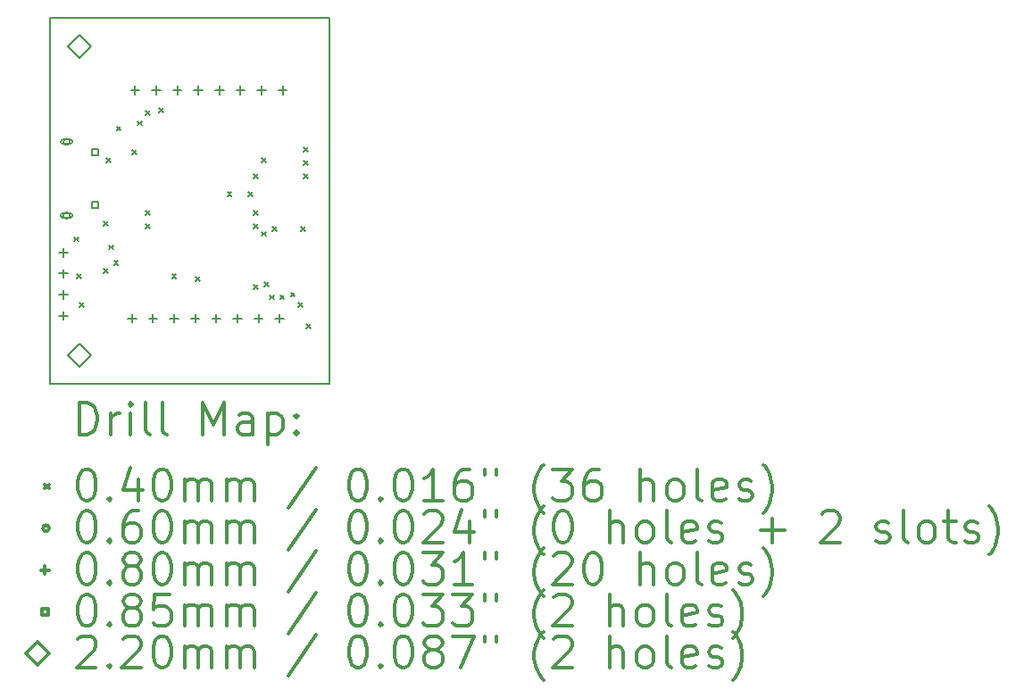
<source format=gbr>
%FSLAX45Y45*%
G04 Gerber Fmt 4.5, Leading zero omitted, Abs format (unit mm)*
G04 Created by KiCad (PCBNEW no-vcs-found-33e0758~58~ubuntu16.04.1) date Wed Feb  7 18:59:53 2018*
%MOMM*%
%LPD*%
G01*
G04 APERTURE LIST*
%ADD10C,0.127000*%
%ADD11C,0.200000*%
%ADD12C,0.300000*%
G04 APERTURE END LIST*
D10*
D11*
X15950000Y-11275000D02*
X15950000Y-11275000D01*
X15950000Y-14750000D02*
X15950000Y-11275000D01*
X18600000Y-14750000D02*
X15950000Y-14750000D01*
X18600000Y-11275000D02*
X18600000Y-14750000D01*
X15950000Y-11275000D02*
X18600000Y-11275000D01*
D11*
X16180000Y-13355000D02*
X16220000Y-13395000D01*
X16220000Y-13355000D02*
X16180000Y-13395000D01*
X16205000Y-13705000D02*
X16245000Y-13745000D01*
X16245000Y-13705000D02*
X16205000Y-13745000D01*
X16230000Y-13980000D02*
X16270000Y-14020000D01*
X16270000Y-13980000D02*
X16230000Y-14020000D01*
X16455000Y-13205000D02*
X16495000Y-13245000D01*
X16495000Y-13205000D02*
X16455000Y-13245000D01*
X16455000Y-13655000D02*
X16495000Y-13695000D01*
X16495000Y-13655000D02*
X16455000Y-13695000D01*
X16480000Y-12605000D02*
X16520000Y-12645000D01*
X16520000Y-12605000D02*
X16480000Y-12645000D01*
X16505000Y-13430000D02*
X16545000Y-13470000D01*
X16545000Y-13430000D02*
X16505000Y-13470000D01*
X16555000Y-13580000D02*
X16595000Y-13620000D01*
X16595000Y-13580000D02*
X16555000Y-13620000D01*
X16580000Y-12305000D02*
X16620000Y-12345000D01*
X16620000Y-12305000D02*
X16580000Y-12345000D01*
X16730000Y-12530000D02*
X16770000Y-12570000D01*
X16770000Y-12530000D02*
X16730000Y-12570000D01*
X16780000Y-12255000D02*
X16820000Y-12295000D01*
X16820000Y-12255000D02*
X16780000Y-12295000D01*
X16855000Y-12155000D02*
X16895000Y-12195000D01*
X16895000Y-12155000D02*
X16855000Y-12195000D01*
X16855000Y-13105000D02*
X16895000Y-13145000D01*
X16895000Y-13105000D02*
X16855000Y-13145000D01*
X16855000Y-13230000D02*
X16895000Y-13270000D01*
X16895000Y-13230000D02*
X16855000Y-13270000D01*
X16980000Y-12130000D02*
X17020000Y-12170000D01*
X17020000Y-12130000D02*
X16980000Y-12170000D01*
X17105000Y-13705000D02*
X17145000Y-13745000D01*
X17145000Y-13705000D02*
X17105000Y-13745000D01*
X17330000Y-13730000D02*
X17370000Y-13770000D01*
X17370000Y-13730000D02*
X17330000Y-13770000D01*
X17630000Y-12930000D02*
X17670000Y-12970000D01*
X17670000Y-12930000D02*
X17630000Y-12970000D01*
X17830000Y-12930000D02*
X17870000Y-12970000D01*
X17870000Y-12930000D02*
X17830000Y-12970000D01*
X17880000Y-12755000D02*
X17920000Y-12795000D01*
X17920000Y-12755000D02*
X17880000Y-12795000D01*
X17880000Y-13105000D02*
X17920000Y-13145000D01*
X17920000Y-13105000D02*
X17880000Y-13145000D01*
X17880000Y-13230000D02*
X17920000Y-13270000D01*
X17920000Y-13230000D02*
X17880000Y-13270000D01*
X17880000Y-13805000D02*
X17920000Y-13845000D01*
X17920000Y-13805000D02*
X17880000Y-13845000D01*
X17955000Y-12605000D02*
X17995000Y-12645000D01*
X17995000Y-12605000D02*
X17955000Y-12645000D01*
X17955000Y-13305000D02*
X17995000Y-13345000D01*
X17995000Y-13305000D02*
X17955000Y-13345000D01*
X17980000Y-13780000D02*
X18020000Y-13820000D01*
X18020000Y-13780000D02*
X17980000Y-13820000D01*
X18030000Y-13905000D02*
X18070000Y-13945000D01*
X18070000Y-13905000D02*
X18030000Y-13945000D01*
X18055000Y-13255000D02*
X18095000Y-13295000D01*
X18095000Y-13255000D02*
X18055000Y-13295000D01*
X18130000Y-13905000D02*
X18170000Y-13945000D01*
X18170000Y-13905000D02*
X18130000Y-13945000D01*
X18230000Y-13880000D02*
X18270000Y-13920000D01*
X18270000Y-13880000D02*
X18230000Y-13920000D01*
X18305000Y-13980000D02*
X18345000Y-14020000D01*
X18345000Y-13980000D02*
X18305000Y-14020000D01*
X18330000Y-13255000D02*
X18370000Y-13295000D01*
X18370000Y-13255000D02*
X18330000Y-13295000D01*
X18355000Y-12505000D02*
X18395000Y-12545000D01*
X18395000Y-12505000D02*
X18355000Y-12545000D01*
X18355000Y-12630000D02*
X18395000Y-12670000D01*
X18395000Y-12630000D02*
X18355000Y-12670000D01*
X18355000Y-12755000D02*
X18395000Y-12795000D01*
X18395000Y-12755000D02*
X18355000Y-12795000D01*
X18380000Y-14180000D02*
X18420000Y-14220000D01*
X18420000Y-14180000D02*
X18380000Y-14220000D01*
X16135000Y-12450000D02*
G75*
G03X16135000Y-12450000I-30000J0D01*
G01*
X16070000Y-12470000D02*
X16140000Y-12470000D01*
X16070000Y-12430000D02*
X16140000Y-12430000D01*
X16140000Y-12470000D02*
G75*
G03X16140000Y-12430000I0J20000D01*
G01*
X16070000Y-12430000D02*
G75*
G03X16070000Y-12470000I0J-20000D01*
G01*
X16135000Y-13150000D02*
G75*
G03X16135000Y-13150000I-30000J0D01*
G01*
X16140000Y-13130000D02*
X16070000Y-13130000D01*
X16140000Y-13170000D02*
X16070000Y-13170000D01*
X16070000Y-13130000D02*
G75*
G03X16070000Y-13170000I0J-20000D01*
G01*
X16140000Y-13170000D02*
G75*
G03X16140000Y-13130000I0J20000D01*
G01*
X16755000Y-11920000D02*
X16755000Y-12000000D01*
X16715000Y-11960000D02*
X16795000Y-11960000D01*
X16955000Y-11920000D02*
X16955000Y-12000000D01*
X16915000Y-11960000D02*
X16995000Y-11960000D01*
X17155000Y-11920000D02*
X17155000Y-12000000D01*
X17115000Y-11960000D02*
X17195000Y-11960000D01*
X17355000Y-11920000D02*
X17355000Y-12000000D01*
X17315000Y-11960000D02*
X17395000Y-11960000D01*
X17555000Y-11920000D02*
X17555000Y-12000000D01*
X17515000Y-11960000D02*
X17595000Y-11960000D01*
X17755000Y-11920000D02*
X17755000Y-12000000D01*
X17715000Y-11960000D02*
X17795000Y-11960000D01*
X17955000Y-11920000D02*
X17955000Y-12000000D01*
X17915000Y-11960000D02*
X17995000Y-11960000D01*
X18155000Y-11920000D02*
X18155000Y-12000000D01*
X18115000Y-11960000D02*
X18195000Y-11960000D01*
X16075000Y-13460000D02*
X16075000Y-13540000D01*
X16035000Y-13500000D02*
X16115000Y-13500000D01*
X16075000Y-13660000D02*
X16075000Y-13740000D01*
X16035000Y-13700000D02*
X16115000Y-13700000D01*
X16075000Y-13860000D02*
X16075000Y-13940000D01*
X16035000Y-13900000D02*
X16115000Y-13900000D01*
X16075000Y-14060000D02*
X16075000Y-14140000D01*
X16035000Y-14100000D02*
X16115000Y-14100000D01*
X16725000Y-14085000D02*
X16725000Y-14165000D01*
X16685000Y-14125000D02*
X16765000Y-14125000D01*
X16925000Y-14085000D02*
X16925000Y-14165000D01*
X16885000Y-14125000D02*
X16965000Y-14125000D01*
X17125000Y-14085000D02*
X17125000Y-14165000D01*
X17085000Y-14125000D02*
X17165000Y-14125000D01*
X17325000Y-14085000D02*
X17325000Y-14165000D01*
X17285000Y-14125000D02*
X17365000Y-14125000D01*
X17525000Y-14085000D02*
X17525000Y-14165000D01*
X17485000Y-14125000D02*
X17565000Y-14125000D01*
X17725000Y-14085000D02*
X17725000Y-14165000D01*
X17685000Y-14125000D02*
X17765000Y-14125000D01*
X17925000Y-14085000D02*
X17925000Y-14165000D01*
X17885000Y-14125000D02*
X17965000Y-14125000D01*
X18125000Y-14085000D02*
X18125000Y-14165000D01*
X18085000Y-14125000D02*
X18165000Y-14125000D01*
X16405052Y-12580052D02*
X16405052Y-12519948D01*
X16344948Y-12519948D01*
X16344948Y-12580052D01*
X16405052Y-12580052D01*
X16405052Y-13080052D02*
X16405052Y-13019948D01*
X16344948Y-13019948D01*
X16344948Y-13080052D01*
X16405052Y-13080052D01*
X16225000Y-11660000D02*
X16335000Y-11550000D01*
X16225000Y-11440000D01*
X16115000Y-11550000D01*
X16225000Y-11660000D01*
X16225000Y-14585000D02*
X16335000Y-14475000D01*
X16225000Y-14365000D01*
X16115000Y-14475000D01*
X16225000Y-14585000D01*
D12*
X16226428Y-15225714D02*
X16226428Y-14925714D01*
X16297857Y-14925714D01*
X16340714Y-14940000D01*
X16369286Y-14968571D01*
X16383571Y-14997143D01*
X16397857Y-15054286D01*
X16397857Y-15097143D01*
X16383571Y-15154286D01*
X16369286Y-15182857D01*
X16340714Y-15211429D01*
X16297857Y-15225714D01*
X16226428Y-15225714D01*
X16526428Y-15225714D02*
X16526428Y-15025714D01*
X16526428Y-15082857D02*
X16540714Y-15054286D01*
X16555000Y-15040000D01*
X16583571Y-15025714D01*
X16612143Y-15025714D01*
X16712143Y-15225714D02*
X16712143Y-15025714D01*
X16712143Y-14925714D02*
X16697857Y-14940000D01*
X16712143Y-14954286D01*
X16726428Y-14940000D01*
X16712143Y-14925714D01*
X16712143Y-14954286D01*
X16897857Y-15225714D02*
X16869286Y-15211429D01*
X16855000Y-15182857D01*
X16855000Y-14925714D01*
X17055000Y-15225714D02*
X17026428Y-15211429D01*
X17012143Y-15182857D01*
X17012143Y-14925714D01*
X17397857Y-15225714D02*
X17397857Y-14925714D01*
X17497857Y-15140000D01*
X17597857Y-14925714D01*
X17597857Y-15225714D01*
X17869286Y-15225714D02*
X17869286Y-15068571D01*
X17855000Y-15040000D01*
X17826428Y-15025714D01*
X17769286Y-15025714D01*
X17740714Y-15040000D01*
X17869286Y-15211429D02*
X17840714Y-15225714D01*
X17769286Y-15225714D01*
X17740714Y-15211429D01*
X17726428Y-15182857D01*
X17726428Y-15154286D01*
X17740714Y-15125714D01*
X17769286Y-15111429D01*
X17840714Y-15111429D01*
X17869286Y-15097143D01*
X18012143Y-15025714D02*
X18012143Y-15325714D01*
X18012143Y-15040000D02*
X18040714Y-15025714D01*
X18097857Y-15025714D01*
X18126428Y-15040000D01*
X18140714Y-15054286D01*
X18155000Y-15082857D01*
X18155000Y-15168571D01*
X18140714Y-15197143D01*
X18126428Y-15211429D01*
X18097857Y-15225714D01*
X18040714Y-15225714D01*
X18012143Y-15211429D01*
X18283571Y-15197143D02*
X18297857Y-15211429D01*
X18283571Y-15225714D01*
X18269286Y-15211429D01*
X18283571Y-15197143D01*
X18283571Y-15225714D01*
X18283571Y-15040000D02*
X18297857Y-15054286D01*
X18283571Y-15068571D01*
X18269286Y-15054286D01*
X18283571Y-15040000D01*
X18283571Y-15068571D01*
X15900000Y-15700000D02*
X15940000Y-15740000D01*
X15940000Y-15700000D02*
X15900000Y-15740000D01*
X16283571Y-15555714D02*
X16312143Y-15555714D01*
X16340714Y-15570000D01*
X16355000Y-15584286D01*
X16369286Y-15612857D01*
X16383571Y-15670000D01*
X16383571Y-15741429D01*
X16369286Y-15798571D01*
X16355000Y-15827143D01*
X16340714Y-15841429D01*
X16312143Y-15855714D01*
X16283571Y-15855714D01*
X16255000Y-15841429D01*
X16240714Y-15827143D01*
X16226428Y-15798571D01*
X16212143Y-15741429D01*
X16212143Y-15670000D01*
X16226428Y-15612857D01*
X16240714Y-15584286D01*
X16255000Y-15570000D01*
X16283571Y-15555714D01*
X16512143Y-15827143D02*
X16526428Y-15841429D01*
X16512143Y-15855714D01*
X16497857Y-15841429D01*
X16512143Y-15827143D01*
X16512143Y-15855714D01*
X16783571Y-15655714D02*
X16783571Y-15855714D01*
X16712143Y-15541429D02*
X16640714Y-15755714D01*
X16826428Y-15755714D01*
X16997857Y-15555714D02*
X17026428Y-15555714D01*
X17055000Y-15570000D01*
X17069286Y-15584286D01*
X17083571Y-15612857D01*
X17097857Y-15670000D01*
X17097857Y-15741429D01*
X17083571Y-15798571D01*
X17069286Y-15827143D01*
X17055000Y-15841429D01*
X17026428Y-15855714D01*
X16997857Y-15855714D01*
X16969286Y-15841429D01*
X16955000Y-15827143D01*
X16940714Y-15798571D01*
X16926428Y-15741429D01*
X16926428Y-15670000D01*
X16940714Y-15612857D01*
X16955000Y-15584286D01*
X16969286Y-15570000D01*
X16997857Y-15555714D01*
X17226428Y-15855714D02*
X17226428Y-15655714D01*
X17226428Y-15684286D02*
X17240714Y-15670000D01*
X17269286Y-15655714D01*
X17312143Y-15655714D01*
X17340714Y-15670000D01*
X17355000Y-15698571D01*
X17355000Y-15855714D01*
X17355000Y-15698571D02*
X17369286Y-15670000D01*
X17397857Y-15655714D01*
X17440714Y-15655714D01*
X17469286Y-15670000D01*
X17483571Y-15698571D01*
X17483571Y-15855714D01*
X17626428Y-15855714D02*
X17626428Y-15655714D01*
X17626428Y-15684286D02*
X17640714Y-15670000D01*
X17669286Y-15655714D01*
X17712143Y-15655714D01*
X17740714Y-15670000D01*
X17755000Y-15698571D01*
X17755000Y-15855714D01*
X17755000Y-15698571D02*
X17769286Y-15670000D01*
X17797857Y-15655714D01*
X17840714Y-15655714D01*
X17869286Y-15670000D01*
X17883571Y-15698571D01*
X17883571Y-15855714D01*
X18469286Y-15541429D02*
X18212143Y-15927143D01*
X18855000Y-15555714D02*
X18883571Y-15555714D01*
X18912143Y-15570000D01*
X18926428Y-15584286D01*
X18940714Y-15612857D01*
X18955000Y-15670000D01*
X18955000Y-15741429D01*
X18940714Y-15798571D01*
X18926428Y-15827143D01*
X18912143Y-15841429D01*
X18883571Y-15855714D01*
X18855000Y-15855714D01*
X18826428Y-15841429D01*
X18812143Y-15827143D01*
X18797857Y-15798571D01*
X18783571Y-15741429D01*
X18783571Y-15670000D01*
X18797857Y-15612857D01*
X18812143Y-15584286D01*
X18826428Y-15570000D01*
X18855000Y-15555714D01*
X19083571Y-15827143D02*
X19097857Y-15841429D01*
X19083571Y-15855714D01*
X19069286Y-15841429D01*
X19083571Y-15827143D01*
X19083571Y-15855714D01*
X19283571Y-15555714D02*
X19312143Y-15555714D01*
X19340714Y-15570000D01*
X19355000Y-15584286D01*
X19369286Y-15612857D01*
X19383571Y-15670000D01*
X19383571Y-15741429D01*
X19369286Y-15798571D01*
X19355000Y-15827143D01*
X19340714Y-15841429D01*
X19312143Y-15855714D01*
X19283571Y-15855714D01*
X19255000Y-15841429D01*
X19240714Y-15827143D01*
X19226428Y-15798571D01*
X19212143Y-15741429D01*
X19212143Y-15670000D01*
X19226428Y-15612857D01*
X19240714Y-15584286D01*
X19255000Y-15570000D01*
X19283571Y-15555714D01*
X19669286Y-15855714D02*
X19497857Y-15855714D01*
X19583571Y-15855714D02*
X19583571Y-15555714D01*
X19555000Y-15598571D01*
X19526428Y-15627143D01*
X19497857Y-15641429D01*
X19926428Y-15555714D02*
X19869286Y-15555714D01*
X19840714Y-15570000D01*
X19826428Y-15584286D01*
X19797857Y-15627143D01*
X19783571Y-15684286D01*
X19783571Y-15798571D01*
X19797857Y-15827143D01*
X19812143Y-15841429D01*
X19840714Y-15855714D01*
X19897857Y-15855714D01*
X19926428Y-15841429D01*
X19940714Y-15827143D01*
X19955000Y-15798571D01*
X19955000Y-15727143D01*
X19940714Y-15698571D01*
X19926428Y-15684286D01*
X19897857Y-15670000D01*
X19840714Y-15670000D01*
X19812143Y-15684286D01*
X19797857Y-15698571D01*
X19783571Y-15727143D01*
X20069286Y-15555714D02*
X20069286Y-15612857D01*
X20183571Y-15555714D02*
X20183571Y-15612857D01*
X20626428Y-15970000D02*
X20612143Y-15955714D01*
X20583571Y-15912857D01*
X20569286Y-15884286D01*
X20555000Y-15841429D01*
X20540714Y-15770000D01*
X20540714Y-15712857D01*
X20555000Y-15641429D01*
X20569286Y-15598571D01*
X20583571Y-15570000D01*
X20612143Y-15527143D01*
X20626428Y-15512857D01*
X20712143Y-15555714D02*
X20897857Y-15555714D01*
X20797857Y-15670000D01*
X20840714Y-15670000D01*
X20869286Y-15684286D01*
X20883571Y-15698571D01*
X20897857Y-15727143D01*
X20897857Y-15798571D01*
X20883571Y-15827143D01*
X20869286Y-15841429D01*
X20840714Y-15855714D01*
X20755000Y-15855714D01*
X20726428Y-15841429D01*
X20712143Y-15827143D01*
X21155000Y-15555714D02*
X21097857Y-15555714D01*
X21069286Y-15570000D01*
X21055000Y-15584286D01*
X21026428Y-15627143D01*
X21012143Y-15684286D01*
X21012143Y-15798571D01*
X21026428Y-15827143D01*
X21040714Y-15841429D01*
X21069286Y-15855714D01*
X21126428Y-15855714D01*
X21155000Y-15841429D01*
X21169286Y-15827143D01*
X21183571Y-15798571D01*
X21183571Y-15727143D01*
X21169286Y-15698571D01*
X21155000Y-15684286D01*
X21126428Y-15670000D01*
X21069286Y-15670000D01*
X21040714Y-15684286D01*
X21026428Y-15698571D01*
X21012143Y-15727143D01*
X21540714Y-15855714D02*
X21540714Y-15555714D01*
X21669286Y-15855714D02*
X21669286Y-15698571D01*
X21655000Y-15670000D01*
X21626428Y-15655714D01*
X21583571Y-15655714D01*
X21555000Y-15670000D01*
X21540714Y-15684286D01*
X21855000Y-15855714D02*
X21826428Y-15841429D01*
X21812143Y-15827143D01*
X21797857Y-15798571D01*
X21797857Y-15712857D01*
X21812143Y-15684286D01*
X21826428Y-15670000D01*
X21855000Y-15655714D01*
X21897857Y-15655714D01*
X21926428Y-15670000D01*
X21940714Y-15684286D01*
X21955000Y-15712857D01*
X21955000Y-15798571D01*
X21940714Y-15827143D01*
X21926428Y-15841429D01*
X21897857Y-15855714D01*
X21855000Y-15855714D01*
X22126428Y-15855714D02*
X22097857Y-15841429D01*
X22083571Y-15812857D01*
X22083571Y-15555714D01*
X22355000Y-15841429D02*
X22326428Y-15855714D01*
X22269286Y-15855714D01*
X22240714Y-15841429D01*
X22226428Y-15812857D01*
X22226428Y-15698571D01*
X22240714Y-15670000D01*
X22269286Y-15655714D01*
X22326428Y-15655714D01*
X22355000Y-15670000D01*
X22369286Y-15698571D01*
X22369286Y-15727143D01*
X22226428Y-15755714D01*
X22483571Y-15841429D02*
X22512143Y-15855714D01*
X22569286Y-15855714D01*
X22597857Y-15841429D01*
X22612143Y-15812857D01*
X22612143Y-15798571D01*
X22597857Y-15770000D01*
X22569286Y-15755714D01*
X22526428Y-15755714D01*
X22497857Y-15741429D01*
X22483571Y-15712857D01*
X22483571Y-15698571D01*
X22497857Y-15670000D01*
X22526428Y-15655714D01*
X22569286Y-15655714D01*
X22597857Y-15670000D01*
X22712143Y-15970000D02*
X22726428Y-15955714D01*
X22755000Y-15912857D01*
X22769286Y-15884286D01*
X22783571Y-15841429D01*
X22797857Y-15770000D01*
X22797857Y-15712857D01*
X22783571Y-15641429D01*
X22769286Y-15598571D01*
X22755000Y-15570000D01*
X22726428Y-15527143D01*
X22712143Y-15512857D01*
X15940000Y-16116000D02*
G75*
G03X15940000Y-16116000I-30000J0D01*
G01*
X16283571Y-15951714D02*
X16312143Y-15951714D01*
X16340714Y-15966000D01*
X16355000Y-15980286D01*
X16369286Y-16008857D01*
X16383571Y-16066000D01*
X16383571Y-16137429D01*
X16369286Y-16194571D01*
X16355000Y-16223143D01*
X16340714Y-16237429D01*
X16312143Y-16251714D01*
X16283571Y-16251714D01*
X16255000Y-16237429D01*
X16240714Y-16223143D01*
X16226428Y-16194571D01*
X16212143Y-16137429D01*
X16212143Y-16066000D01*
X16226428Y-16008857D01*
X16240714Y-15980286D01*
X16255000Y-15966000D01*
X16283571Y-15951714D01*
X16512143Y-16223143D02*
X16526428Y-16237429D01*
X16512143Y-16251714D01*
X16497857Y-16237429D01*
X16512143Y-16223143D01*
X16512143Y-16251714D01*
X16783571Y-15951714D02*
X16726428Y-15951714D01*
X16697857Y-15966000D01*
X16683571Y-15980286D01*
X16655000Y-16023143D01*
X16640714Y-16080286D01*
X16640714Y-16194571D01*
X16655000Y-16223143D01*
X16669286Y-16237429D01*
X16697857Y-16251714D01*
X16755000Y-16251714D01*
X16783571Y-16237429D01*
X16797857Y-16223143D01*
X16812143Y-16194571D01*
X16812143Y-16123143D01*
X16797857Y-16094571D01*
X16783571Y-16080286D01*
X16755000Y-16066000D01*
X16697857Y-16066000D01*
X16669286Y-16080286D01*
X16655000Y-16094571D01*
X16640714Y-16123143D01*
X16997857Y-15951714D02*
X17026428Y-15951714D01*
X17055000Y-15966000D01*
X17069286Y-15980286D01*
X17083571Y-16008857D01*
X17097857Y-16066000D01*
X17097857Y-16137429D01*
X17083571Y-16194571D01*
X17069286Y-16223143D01*
X17055000Y-16237429D01*
X17026428Y-16251714D01*
X16997857Y-16251714D01*
X16969286Y-16237429D01*
X16955000Y-16223143D01*
X16940714Y-16194571D01*
X16926428Y-16137429D01*
X16926428Y-16066000D01*
X16940714Y-16008857D01*
X16955000Y-15980286D01*
X16969286Y-15966000D01*
X16997857Y-15951714D01*
X17226428Y-16251714D02*
X17226428Y-16051714D01*
X17226428Y-16080286D02*
X17240714Y-16066000D01*
X17269286Y-16051714D01*
X17312143Y-16051714D01*
X17340714Y-16066000D01*
X17355000Y-16094571D01*
X17355000Y-16251714D01*
X17355000Y-16094571D02*
X17369286Y-16066000D01*
X17397857Y-16051714D01*
X17440714Y-16051714D01*
X17469286Y-16066000D01*
X17483571Y-16094571D01*
X17483571Y-16251714D01*
X17626428Y-16251714D02*
X17626428Y-16051714D01*
X17626428Y-16080286D02*
X17640714Y-16066000D01*
X17669286Y-16051714D01*
X17712143Y-16051714D01*
X17740714Y-16066000D01*
X17755000Y-16094571D01*
X17755000Y-16251714D01*
X17755000Y-16094571D02*
X17769286Y-16066000D01*
X17797857Y-16051714D01*
X17840714Y-16051714D01*
X17869286Y-16066000D01*
X17883571Y-16094571D01*
X17883571Y-16251714D01*
X18469286Y-15937429D02*
X18212143Y-16323143D01*
X18855000Y-15951714D02*
X18883571Y-15951714D01*
X18912143Y-15966000D01*
X18926428Y-15980286D01*
X18940714Y-16008857D01*
X18955000Y-16066000D01*
X18955000Y-16137429D01*
X18940714Y-16194571D01*
X18926428Y-16223143D01*
X18912143Y-16237429D01*
X18883571Y-16251714D01*
X18855000Y-16251714D01*
X18826428Y-16237429D01*
X18812143Y-16223143D01*
X18797857Y-16194571D01*
X18783571Y-16137429D01*
X18783571Y-16066000D01*
X18797857Y-16008857D01*
X18812143Y-15980286D01*
X18826428Y-15966000D01*
X18855000Y-15951714D01*
X19083571Y-16223143D02*
X19097857Y-16237429D01*
X19083571Y-16251714D01*
X19069286Y-16237429D01*
X19083571Y-16223143D01*
X19083571Y-16251714D01*
X19283571Y-15951714D02*
X19312143Y-15951714D01*
X19340714Y-15966000D01*
X19355000Y-15980286D01*
X19369286Y-16008857D01*
X19383571Y-16066000D01*
X19383571Y-16137429D01*
X19369286Y-16194571D01*
X19355000Y-16223143D01*
X19340714Y-16237429D01*
X19312143Y-16251714D01*
X19283571Y-16251714D01*
X19255000Y-16237429D01*
X19240714Y-16223143D01*
X19226428Y-16194571D01*
X19212143Y-16137429D01*
X19212143Y-16066000D01*
X19226428Y-16008857D01*
X19240714Y-15980286D01*
X19255000Y-15966000D01*
X19283571Y-15951714D01*
X19497857Y-15980286D02*
X19512143Y-15966000D01*
X19540714Y-15951714D01*
X19612143Y-15951714D01*
X19640714Y-15966000D01*
X19655000Y-15980286D01*
X19669286Y-16008857D01*
X19669286Y-16037429D01*
X19655000Y-16080286D01*
X19483571Y-16251714D01*
X19669286Y-16251714D01*
X19926428Y-16051714D02*
X19926428Y-16251714D01*
X19855000Y-15937429D02*
X19783571Y-16151714D01*
X19969286Y-16151714D01*
X20069286Y-15951714D02*
X20069286Y-16008857D01*
X20183571Y-15951714D02*
X20183571Y-16008857D01*
X20626428Y-16366000D02*
X20612143Y-16351714D01*
X20583571Y-16308857D01*
X20569286Y-16280286D01*
X20555000Y-16237429D01*
X20540714Y-16166000D01*
X20540714Y-16108857D01*
X20555000Y-16037429D01*
X20569286Y-15994571D01*
X20583571Y-15966000D01*
X20612143Y-15923143D01*
X20626428Y-15908857D01*
X20797857Y-15951714D02*
X20826428Y-15951714D01*
X20855000Y-15966000D01*
X20869286Y-15980286D01*
X20883571Y-16008857D01*
X20897857Y-16066000D01*
X20897857Y-16137429D01*
X20883571Y-16194571D01*
X20869286Y-16223143D01*
X20855000Y-16237429D01*
X20826428Y-16251714D01*
X20797857Y-16251714D01*
X20769286Y-16237429D01*
X20755000Y-16223143D01*
X20740714Y-16194571D01*
X20726428Y-16137429D01*
X20726428Y-16066000D01*
X20740714Y-16008857D01*
X20755000Y-15980286D01*
X20769286Y-15966000D01*
X20797857Y-15951714D01*
X21255000Y-16251714D02*
X21255000Y-15951714D01*
X21383571Y-16251714D02*
X21383571Y-16094571D01*
X21369286Y-16066000D01*
X21340714Y-16051714D01*
X21297857Y-16051714D01*
X21269286Y-16066000D01*
X21255000Y-16080286D01*
X21569286Y-16251714D02*
X21540714Y-16237429D01*
X21526428Y-16223143D01*
X21512143Y-16194571D01*
X21512143Y-16108857D01*
X21526428Y-16080286D01*
X21540714Y-16066000D01*
X21569286Y-16051714D01*
X21612143Y-16051714D01*
X21640714Y-16066000D01*
X21655000Y-16080286D01*
X21669286Y-16108857D01*
X21669286Y-16194571D01*
X21655000Y-16223143D01*
X21640714Y-16237429D01*
X21612143Y-16251714D01*
X21569286Y-16251714D01*
X21840714Y-16251714D02*
X21812143Y-16237429D01*
X21797857Y-16208857D01*
X21797857Y-15951714D01*
X22069286Y-16237429D02*
X22040714Y-16251714D01*
X21983571Y-16251714D01*
X21955000Y-16237429D01*
X21940714Y-16208857D01*
X21940714Y-16094571D01*
X21955000Y-16066000D01*
X21983571Y-16051714D01*
X22040714Y-16051714D01*
X22069286Y-16066000D01*
X22083571Y-16094571D01*
X22083571Y-16123143D01*
X21940714Y-16151714D01*
X22197857Y-16237429D02*
X22226428Y-16251714D01*
X22283571Y-16251714D01*
X22312143Y-16237429D01*
X22326428Y-16208857D01*
X22326428Y-16194571D01*
X22312143Y-16166000D01*
X22283571Y-16151714D01*
X22240714Y-16151714D01*
X22212143Y-16137429D01*
X22197857Y-16108857D01*
X22197857Y-16094571D01*
X22212143Y-16066000D01*
X22240714Y-16051714D01*
X22283571Y-16051714D01*
X22312143Y-16066000D01*
X22683571Y-16137429D02*
X22912143Y-16137429D01*
X22797857Y-16251714D02*
X22797857Y-16023143D01*
X23269286Y-15980286D02*
X23283571Y-15966000D01*
X23312143Y-15951714D01*
X23383571Y-15951714D01*
X23412143Y-15966000D01*
X23426428Y-15980286D01*
X23440714Y-16008857D01*
X23440714Y-16037429D01*
X23426428Y-16080286D01*
X23255000Y-16251714D01*
X23440714Y-16251714D01*
X23783571Y-16237429D02*
X23812143Y-16251714D01*
X23869286Y-16251714D01*
X23897857Y-16237429D01*
X23912143Y-16208857D01*
X23912143Y-16194571D01*
X23897857Y-16166000D01*
X23869286Y-16151714D01*
X23826428Y-16151714D01*
X23797857Y-16137429D01*
X23783571Y-16108857D01*
X23783571Y-16094571D01*
X23797857Y-16066000D01*
X23826428Y-16051714D01*
X23869286Y-16051714D01*
X23897857Y-16066000D01*
X24083571Y-16251714D02*
X24055000Y-16237429D01*
X24040714Y-16208857D01*
X24040714Y-15951714D01*
X24240714Y-16251714D02*
X24212143Y-16237429D01*
X24197857Y-16223143D01*
X24183571Y-16194571D01*
X24183571Y-16108857D01*
X24197857Y-16080286D01*
X24212143Y-16066000D01*
X24240714Y-16051714D01*
X24283571Y-16051714D01*
X24312143Y-16066000D01*
X24326428Y-16080286D01*
X24340714Y-16108857D01*
X24340714Y-16194571D01*
X24326428Y-16223143D01*
X24312143Y-16237429D01*
X24283571Y-16251714D01*
X24240714Y-16251714D01*
X24426428Y-16051714D02*
X24540714Y-16051714D01*
X24469286Y-15951714D02*
X24469286Y-16208857D01*
X24483571Y-16237429D01*
X24512143Y-16251714D01*
X24540714Y-16251714D01*
X24626428Y-16237429D02*
X24655000Y-16251714D01*
X24712143Y-16251714D01*
X24740714Y-16237429D01*
X24755000Y-16208857D01*
X24755000Y-16194571D01*
X24740714Y-16166000D01*
X24712143Y-16151714D01*
X24669286Y-16151714D01*
X24640714Y-16137429D01*
X24626428Y-16108857D01*
X24626428Y-16094571D01*
X24640714Y-16066000D01*
X24669286Y-16051714D01*
X24712143Y-16051714D01*
X24740714Y-16066000D01*
X24855000Y-16366000D02*
X24869286Y-16351714D01*
X24897857Y-16308857D01*
X24912143Y-16280286D01*
X24926428Y-16237429D01*
X24940714Y-16166000D01*
X24940714Y-16108857D01*
X24926428Y-16037429D01*
X24912143Y-15994571D01*
X24897857Y-15966000D01*
X24869286Y-15923143D01*
X24855000Y-15908857D01*
X15900000Y-16472000D02*
X15900000Y-16552000D01*
X15860000Y-16512000D02*
X15940000Y-16512000D01*
X16283571Y-16347714D02*
X16312143Y-16347714D01*
X16340714Y-16362000D01*
X16355000Y-16376286D01*
X16369286Y-16404857D01*
X16383571Y-16462000D01*
X16383571Y-16533429D01*
X16369286Y-16590571D01*
X16355000Y-16619143D01*
X16340714Y-16633429D01*
X16312143Y-16647714D01*
X16283571Y-16647714D01*
X16255000Y-16633429D01*
X16240714Y-16619143D01*
X16226428Y-16590571D01*
X16212143Y-16533429D01*
X16212143Y-16462000D01*
X16226428Y-16404857D01*
X16240714Y-16376286D01*
X16255000Y-16362000D01*
X16283571Y-16347714D01*
X16512143Y-16619143D02*
X16526428Y-16633429D01*
X16512143Y-16647714D01*
X16497857Y-16633429D01*
X16512143Y-16619143D01*
X16512143Y-16647714D01*
X16697857Y-16476286D02*
X16669286Y-16462000D01*
X16655000Y-16447714D01*
X16640714Y-16419143D01*
X16640714Y-16404857D01*
X16655000Y-16376286D01*
X16669286Y-16362000D01*
X16697857Y-16347714D01*
X16755000Y-16347714D01*
X16783571Y-16362000D01*
X16797857Y-16376286D01*
X16812143Y-16404857D01*
X16812143Y-16419143D01*
X16797857Y-16447714D01*
X16783571Y-16462000D01*
X16755000Y-16476286D01*
X16697857Y-16476286D01*
X16669286Y-16490571D01*
X16655000Y-16504857D01*
X16640714Y-16533429D01*
X16640714Y-16590571D01*
X16655000Y-16619143D01*
X16669286Y-16633429D01*
X16697857Y-16647714D01*
X16755000Y-16647714D01*
X16783571Y-16633429D01*
X16797857Y-16619143D01*
X16812143Y-16590571D01*
X16812143Y-16533429D01*
X16797857Y-16504857D01*
X16783571Y-16490571D01*
X16755000Y-16476286D01*
X16997857Y-16347714D02*
X17026428Y-16347714D01*
X17055000Y-16362000D01*
X17069286Y-16376286D01*
X17083571Y-16404857D01*
X17097857Y-16462000D01*
X17097857Y-16533429D01*
X17083571Y-16590571D01*
X17069286Y-16619143D01*
X17055000Y-16633429D01*
X17026428Y-16647714D01*
X16997857Y-16647714D01*
X16969286Y-16633429D01*
X16955000Y-16619143D01*
X16940714Y-16590571D01*
X16926428Y-16533429D01*
X16926428Y-16462000D01*
X16940714Y-16404857D01*
X16955000Y-16376286D01*
X16969286Y-16362000D01*
X16997857Y-16347714D01*
X17226428Y-16647714D02*
X17226428Y-16447714D01*
X17226428Y-16476286D02*
X17240714Y-16462000D01*
X17269286Y-16447714D01*
X17312143Y-16447714D01*
X17340714Y-16462000D01*
X17355000Y-16490571D01*
X17355000Y-16647714D01*
X17355000Y-16490571D02*
X17369286Y-16462000D01*
X17397857Y-16447714D01*
X17440714Y-16447714D01*
X17469286Y-16462000D01*
X17483571Y-16490571D01*
X17483571Y-16647714D01*
X17626428Y-16647714D02*
X17626428Y-16447714D01*
X17626428Y-16476286D02*
X17640714Y-16462000D01*
X17669286Y-16447714D01*
X17712143Y-16447714D01*
X17740714Y-16462000D01*
X17755000Y-16490571D01*
X17755000Y-16647714D01*
X17755000Y-16490571D02*
X17769286Y-16462000D01*
X17797857Y-16447714D01*
X17840714Y-16447714D01*
X17869286Y-16462000D01*
X17883571Y-16490571D01*
X17883571Y-16647714D01*
X18469286Y-16333429D02*
X18212143Y-16719143D01*
X18855000Y-16347714D02*
X18883571Y-16347714D01*
X18912143Y-16362000D01*
X18926428Y-16376286D01*
X18940714Y-16404857D01*
X18955000Y-16462000D01*
X18955000Y-16533429D01*
X18940714Y-16590571D01*
X18926428Y-16619143D01*
X18912143Y-16633429D01*
X18883571Y-16647714D01*
X18855000Y-16647714D01*
X18826428Y-16633429D01*
X18812143Y-16619143D01*
X18797857Y-16590571D01*
X18783571Y-16533429D01*
X18783571Y-16462000D01*
X18797857Y-16404857D01*
X18812143Y-16376286D01*
X18826428Y-16362000D01*
X18855000Y-16347714D01*
X19083571Y-16619143D02*
X19097857Y-16633429D01*
X19083571Y-16647714D01*
X19069286Y-16633429D01*
X19083571Y-16619143D01*
X19083571Y-16647714D01*
X19283571Y-16347714D02*
X19312143Y-16347714D01*
X19340714Y-16362000D01*
X19355000Y-16376286D01*
X19369286Y-16404857D01*
X19383571Y-16462000D01*
X19383571Y-16533429D01*
X19369286Y-16590571D01*
X19355000Y-16619143D01*
X19340714Y-16633429D01*
X19312143Y-16647714D01*
X19283571Y-16647714D01*
X19255000Y-16633429D01*
X19240714Y-16619143D01*
X19226428Y-16590571D01*
X19212143Y-16533429D01*
X19212143Y-16462000D01*
X19226428Y-16404857D01*
X19240714Y-16376286D01*
X19255000Y-16362000D01*
X19283571Y-16347714D01*
X19483571Y-16347714D02*
X19669286Y-16347714D01*
X19569286Y-16462000D01*
X19612143Y-16462000D01*
X19640714Y-16476286D01*
X19655000Y-16490571D01*
X19669286Y-16519143D01*
X19669286Y-16590571D01*
X19655000Y-16619143D01*
X19640714Y-16633429D01*
X19612143Y-16647714D01*
X19526428Y-16647714D01*
X19497857Y-16633429D01*
X19483571Y-16619143D01*
X19955000Y-16647714D02*
X19783571Y-16647714D01*
X19869286Y-16647714D02*
X19869286Y-16347714D01*
X19840714Y-16390571D01*
X19812143Y-16419143D01*
X19783571Y-16433429D01*
X20069286Y-16347714D02*
X20069286Y-16404857D01*
X20183571Y-16347714D02*
X20183571Y-16404857D01*
X20626428Y-16762000D02*
X20612143Y-16747714D01*
X20583571Y-16704857D01*
X20569286Y-16676286D01*
X20555000Y-16633429D01*
X20540714Y-16562000D01*
X20540714Y-16504857D01*
X20555000Y-16433429D01*
X20569286Y-16390571D01*
X20583571Y-16362000D01*
X20612143Y-16319143D01*
X20626428Y-16304857D01*
X20726428Y-16376286D02*
X20740714Y-16362000D01*
X20769286Y-16347714D01*
X20840714Y-16347714D01*
X20869286Y-16362000D01*
X20883571Y-16376286D01*
X20897857Y-16404857D01*
X20897857Y-16433429D01*
X20883571Y-16476286D01*
X20712143Y-16647714D01*
X20897857Y-16647714D01*
X21083571Y-16347714D02*
X21112143Y-16347714D01*
X21140714Y-16362000D01*
X21155000Y-16376286D01*
X21169286Y-16404857D01*
X21183571Y-16462000D01*
X21183571Y-16533429D01*
X21169286Y-16590571D01*
X21155000Y-16619143D01*
X21140714Y-16633429D01*
X21112143Y-16647714D01*
X21083571Y-16647714D01*
X21055000Y-16633429D01*
X21040714Y-16619143D01*
X21026428Y-16590571D01*
X21012143Y-16533429D01*
X21012143Y-16462000D01*
X21026428Y-16404857D01*
X21040714Y-16376286D01*
X21055000Y-16362000D01*
X21083571Y-16347714D01*
X21540714Y-16647714D02*
X21540714Y-16347714D01*
X21669286Y-16647714D02*
X21669286Y-16490571D01*
X21655000Y-16462000D01*
X21626428Y-16447714D01*
X21583571Y-16447714D01*
X21555000Y-16462000D01*
X21540714Y-16476286D01*
X21855000Y-16647714D02*
X21826428Y-16633429D01*
X21812143Y-16619143D01*
X21797857Y-16590571D01*
X21797857Y-16504857D01*
X21812143Y-16476286D01*
X21826428Y-16462000D01*
X21855000Y-16447714D01*
X21897857Y-16447714D01*
X21926428Y-16462000D01*
X21940714Y-16476286D01*
X21955000Y-16504857D01*
X21955000Y-16590571D01*
X21940714Y-16619143D01*
X21926428Y-16633429D01*
X21897857Y-16647714D01*
X21855000Y-16647714D01*
X22126428Y-16647714D02*
X22097857Y-16633429D01*
X22083571Y-16604857D01*
X22083571Y-16347714D01*
X22355000Y-16633429D02*
X22326428Y-16647714D01*
X22269286Y-16647714D01*
X22240714Y-16633429D01*
X22226428Y-16604857D01*
X22226428Y-16490571D01*
X22240714Y-16462000D01*
X22269286Y-16447714D01*
X22326428Y-16447714D01*
X22355000Y-16462000D01*
X22369286Y-16490571D01*
X22369286Y-16519143D01*
X22226428Y-16547714D01*
X22483571Y-16633429D02*
X22512143Y-16647714D01*
X22569286Y-16647714D01*
X22597857Y-16633429D01*
X22612143Y-16604857D01*
X22612143Y-16590571D01*
X22597857Y-16562000D01*
X22569286Y-16547714D01*
X22526428Y-16547714D01*
X22497857Y-16533429D01*
X22483571Y-16504857D01*
X22483571Y-16490571D01*
X22497857Y-16462000D01*
X22526428Y-16447714D01*
X22569286Y-16447714D01*
X22597857Y-16462000D01*
X22712143Y-16762000D02*
X22726428Y-16747714D01*
X22755000Y-16704857D01*
X22769286Y-16676286D01*
X22783571Y-16633429D01*
X22797857Y-16562000D01*
X22797857Y-16504857D01*
X22783571Y-16433429D01*
X22769286Y-16390571D01*
X22755000Y-16362000D01*
X22726428Y-16319143D01*
X22712143Y-16304857D01*
X15927552Y-16938052D02*
X15927552Y-16877948D01*
X15867448Y-16877948D01*
X15867448Y-16938052D01*
X15927552Y-16938052D01*
X16283571Y-16743714D02*
X16312143Y-16743714D01*
X16340714Y-16758000D01*
X16355000Y-16772286D01*
X16369286Y-16800857D01*
X16383571Y-16858000D01*
X16383571Y-16929429D01*
X16369286Y-16986572D01*
X16355000Y-17015143D01*
X16340714Y-17029429D01*
X16312143Y-17043714D01*
X16283571Y-17043714D01*
X16255000Y-17029429D01*
X16240714Y-17015143D01*
X16226428Y-16986572D01*
X16212143Y-16929429D01*
X16212143Y-16858000D01*
X16226428Y-16800857D01*
X16240714Y-16772286D01*
X16255000Y-16758000D01*
X16283571Y-16743714D01*
X16512143Y-17015143D02*
X16526428Y-17029429D01*
X16512143Y-17043714D01*
X16497857Y-17029429D01*
X16512143Y-17015143D01*
X16512143Y-17043714D01*
X16697857Y-16872286D02*
X16669286Y-16858000D01*
X16655000Y-16843714D01*
X16640714Y-16815143D01*
X16640714Y-16800857D01*
X16655000Y-16772286D01*
X16669286Y-16758000D01*
X16697857Y-16743714D01*
X16755000Y-16743714D01*
X16783571Y-16758000D01*
X16797857Y-16772286D01*
X16812143Y-16800857D01*
X16812143Y-16815143D01*
X16797857Y-16843714D01*
X16783571Y-16858000D01*
X16755000Y-16872286D01*
X16697857Y-16872286D01*
X16669286Y-16886572D01*
X16655000Y-16900857D01*
X16640714Y-16929429D01*
X16640714Y-16986572D01*
X16655000Y-17015143D01*
X16669286Y-17029429D01*
X16697857Y-17043714D01*
X16755000Y-17043714D01*
X16783571Y-17029429D01*
X16797857Y-17015143D01*
X16812143Y-16986572D01*
X16812143Y-16929429D01*
X16797857Y-16900857D01*
X16783571Y-16886572D01*
X16755000Y-16872286D01*
X17083571Y-16743714D02*
X16940714Y-16743714D01*
X16926428Y-16886572D01*
X16940714Y-16872286D01*
X16969286Y-16858000D01*
X17040714Y-16858000D01*
X17069286Y-16872286D01*
X17083571Y-16886572D01*
X17097857Y-16915143D01*
X17097857Y-16986572D01*
X17083571Y-17015143D01*
X17069286Y-17029429D01*
X17040714Y-17043714D01*
X16969286Y-17043714D01*
X16940714Y-17029429D01*
X16926428Y-17015143D01*
X17226428Y-17043714D02*
X17226428Y-16843714D01*
X17226428Y-16872286D02*
X17240714Y-16858000D01*
X17269286Y-16843714D01*
X17312143Y-16843714D01*
X17340714Y-16858000D01*
X17355000Y-16886572D01*
X17355000Y-17043714D01*
X17355000Y-16886572D02*
X17369286Y-16858000D01*
X17397857Y-16843714D01*
X17440714Y-16843714D01*
X17469286Y-16858000D01*
X17483571Y-16886572D01*
X17483571Y-17043714D01*
X17626428Y-17043714D02*
X17626428Y-16843714D01*
X17626428Y-16872286D02*
X17640714Y-16858000D01*
X17669286Y-16843714D01*
X17712143Y-16843714D01*
X17740714Y-16858000D01*
X17755000Y-16886572D01*
X17755000Y-17043714D01*
X17755000Y-16886572D02*
X17769286Y-16858000D01*
X17797857Y-16843714D01*
X17840714Y-16843714D01*
X17869286Y-16858000D01*
X17883571Y-16886572D01*
X17883571Y-17043714D01*
X18469286Y-16729429D02*
X18212143Y-17115143D01*
X18855000Y-16743714D02*
X18883571Y-16743714D01*
X18912143Y-16758000D01*
X18926428Y-16772286D01*
X18940714Y-16800857D01*
X18955000Y-16858000D01*
X18955000Y-16929429D01*
X18940714Y-16986572D01*
X18926428Y-17015143D01*
X18912143Y-17029429D01*
X18883571Y-17043714D01*
X18855000Y-17043714D01*
X18826428Y-17029429D01*
X18812143Y-17015143D01*
X18797857Y-16986572D01*
X18783571Y-16929429D01*
X18783571Y-16858000D01*
X18797857Y-16800857D01*
X18812143Y-16772286D01*
X18826428Y-16758000D01*
X18855000Y-16743714D01*
X19083571Y-17015143D02*
X19097857Y-17029429D01*
X19083571Y-17043714D01*
X19069286Y-17029429D01*
X19083571Y-17015143D01*
X19083571Y-17043714D01*
X19283571Y-16743714D02*
X19312143Y-16743714D01*
X19340714Y-16758000D01*
X19355000Y-16772286D01*
X19369286Y-16800857D01*
X19383571Y-16858000D01*
X19383571Y-16929429D01*
X19369286Y-16986572D01*
X19355000Y-17015143D01*
X19340714Y-17029429D01*
X19312143Y-17043714D01*
X19283571Y-17043714D01*
X19255000Y-17029429D01*
X19240714Y-17015143D01*
X19226428Y-16986572D01*
X19212143Y-16929429D01*
X19212143Y-16858000D01*
X19226428Y-16800857D01*
X19240714Y-16772286D01*
X19255000Y-16758000D01*
X19283571Y-16743714D01*
X19483571Y-16743714D02*
X19669286Y-16743714D01*
X19569286Y-16858000D01*
X19612143Y-16858000D01*
X19640714Y-16872286D01*
X19655000Y-16886572D01*
X19669286Y-16915143D01*
X19669286Y-16986572D01*
X19655000Y-17015143D01*
X19640714Y-17029429D01*
X19612143Y-17043714D01*
X19526428Y-17043714D01*
X19497857Y-17029429D01*
X19483571Y-17015143D01*
X19769286Y-16743714D02*
X19955000Y-16743714D01*
X19855000Y-16858000D01*
X19897857Y-16858000D01*
X19926428Y-16872286D01*
X19940714Y-16886572D01*
X19955000Y-16915143D01*
X19955000Y-16986572D01*
X19940714Y-17015143D01*
X19926428Y-17029429D01*
X19897857Y-17043714D01*
X19812143Y-17043714D01*
X19783571Y-17029429D01*
X19769286Y-17015143D01*
X20069286Y-16743714D02*
X20069286Y-16800857D01*
X20183571Y-16743714D02*
X20183571Y-16800857D01*
X20626428Y-17158000D02*
X20612143Y-17143714D01*
X20583571Y-17100857D01*
X20569286Y-17072286D01*
X20555000Y-17029429D01*
X20540714Y-16958000D01*
X20540714Y-16900857D01*
X20555000Y-16829429D01*
X20569286Y-16786572D01*
X20583571Y-16758000D01*
X20612143Y-16715143D01*
X20626428Y-16700857D01*
X20726428Y-16772286D02*
X20740714Y-16758000D01*
X20769286Y-16743714D01*
X20840714Y-16743714D01*
X20869286Y-16758000D01*
X20883571Y-16772286D01*
X20897857Y-16800857D01*
X20897857Y-16829429D01*
X20883571Y-16872286D01*
X20712143Y-17043714D01*
X20897857Y-17043714D01*
X21255000Y-17043714D02*
X21255000Y-16743714D01*
X21383571Y-17043714D02*
X21383571Y-16886572D01*
X21369286Y-16858000D01*
X21340714Y-16843714D01*
X21297857Y-16843714D01*
X21269286Y-16858000D01*
X21255000Y-16872286D01*
X21569286Y-17043714D02*
X21540714Y-17029429D01*
X21526428Y-17015143D01*
X21512143Y-16986572D01*
X21512143Y-16900857D01*
X21526428Y-16872286D01*
X21540714Y-16858000D01*
X21569286Y-16843714D01*
X21612143Y-16843714D01*
X21640714Y-16858000D01*
X21655000Y-16872286D01*
X21669286Y-16900857D01*
X21669286Y-16986572D01*
X21655000Y-17015143D01*
X21640714Y-17029429D01*
X21612143Y-17043714D01*
X21569286Y-17043714D01*
X21840714Y-17043714D02*
X21812143Y-17029429D01*
X21797857Y-17000857D01*
X21797857Y-16743714D01*
X22069286Y-17029429D02*
X22040714Y-17043714D01*
X21983571Y-17043714D01*
X21955000Y-17029429D01*
X21940714Y-17000857D01*
X21940714Y-16886572D01*
X21955000Y-16858000D01*
X21983571Y-16843714D01*
X22040714Y-16843714D01*
X22069286Y-16858000D01*
X22083571Y-16886572D01*
X22083571Y-16915143D01*
X21940714Y-16943714D01*
X22197857Y-17029429D02*
X22226428Y-17043714D01*
X22283571Y-17043714D01*
X22312143Y-17029429D01*
X22326428Y-17000857D01*
X22326428Y-16986572D01*
X22312143Y-16958000D01*
X22283571Y-16943714D01*
X22240714Y-16943714D01*
X22212143Y-16929429D01*
X22197857Y-16900857D01*
X22197857Y-16886572D01*
X22212143Y-16858000D01*
X22240714Y-16843714D01*
X22283571Y-16843714D01*
X22312143Y-16858000D01*
X22426428Y-17158000D02*
X22440714Y-17143714D01*
X22469286Y-17100857D01*
X22483571Y-17072286D01*
X22497857Y-17029429D01*
X22512143Y-16958000D01*
X22512143Y-16900857D01*
X22497857Y-16829429D01*
X22483571Y-16786572D01*
X22469286Y-16758000D01*
X22440714Y-16715143D01*
X22426428Y-16700857D01*
X15830000Y-17414000D02*
X15940000Y-17304000D01*
X15830000Y-17194000D01*
X15720000Y-17304000D01*
X15830000Y-17414000D01*
X16212143Y-17168286D02*
X16226428Y-17154000D01*
X16255000Y-17139714D01*
X16326428Y-17139714D01*
X16355000Y-17154000D01*
X16369286Y-17168286D01*
X16383571Y-17196857D01*
X16383571Y-17225429D01*
X16369286Y-17268286D01*
X16197857Y-17439714D01*
X16383571Y-17439714D01*
X16512143Y-17411143D02*
X16526428Y-17425429D01*
X16512143Y-17439714D01*
X16497857Y-17425429D01*
X16512143Y-17411143D01*
X16512143Y-17439714D01*
X16640714Y-17168286D02*
X16655000Y-17154000D01*
X16683571Y-17139714D01*
X16755000Y-17139714D01*
X16783571Y-17154000D01*
X16797857Y-17168286D01*
X16812143Y-17196857D01*
X16812143Y-17225429D01*
X16797857Y-17268286D01*
X16626428Y-17439714D01*
X16812143Y-17439714D01*
X16997857Y-17139714D02*
X17026428Y-17139714D01*
X17055000Y-17154000D01*
X17069286Y-17168286D01*
X17083571Y-17196857D01*
X17097857Y-17254000D01*
X17097857Y-17325429D01*
X17083571Y-17382572D01*
X17069286Y-17411143D01*
X17055000Y-17425429D01*
X17026428Y-17439714D01*
X16997857Y-17439714D01*
X16969286Y-17425429D01*
X16955000Y-17411143D01*
X16940714Y-17382572D01*
X16926428Y-17325429D01*
X16926428Y-17254000D01*
X16940714Y-17196857D01*
X16955000Y-17168286D01*
X16969286Y-17154000D01*
X16997857Y-17139714D01*
X17226428Y-17439714D02*
X17226428Y-17239714D01*
X17226428Y-17268286D02*
X17240714Y-17254000D01*
X17269286Y-17239714D01*
X17312143Y-17239714D01*
X17340714Y-17254000D01*
X17355000Y-17282572D01*
X17355000Y-17439714D01*
X17355000Y-17282572D02*
X17369286Y-17254000D01*
X17397857Y-17239714D01*
X17440714Y-17239714D01*
X17469286Y-17254000D01*
X17483571Y-17282572D01*
X17483571Y-17439714D01*
X17626428Y-17439714D02*
X17626428Y-17239714D01*
X17626428Y-17268286D02*
X17640714Y-17254000D01*
X17669286Y-17239714D01*
X17712143Y-17239714D01*
X17740714Y-17254000D01*
X17755000Y-17282572D01*
X17755000Y-17439714D01*
X17755000Y-17282572D02*
X17769286Y-17254000D01*
X17797857Y-17239714D01*
X17840714Y-17239714D01*
X17869286Y-17254000D01*
X17883571Y-17282572D01*
X17883571Y-17439714D01*
X18469286Y-17125429D02*
X18212143Y-17511143D01*
X18855000Y-17139714D02*
X18883571Y-17139714D01*
X18912143Y-17154000D01*
X18926428Y-17168286D01*
X18940714Y-17196857D01*
X18955000Y-17254000D01*
X18955000Y-17325429D01*
X18940714Y-17382572D01*
X18926428Y-17411143D01*
X18912143Y-17425429D01*
X18883571Y-17439714D01*
X18855000Y-17439714D01*
X18826428Y-17425429D01*
X18812143Y-17411143D01*
X18797857Y-17382572D01*
X18783571Y-17325429D01*
X18783571Y-17254000D01*
X18797857Y-17196857D01*
X18812143Y-17168286D01*
X18826428Y-17154000D01*
X18855000Y-17139714D01*
X19083571Y-17411143D02*
X19097857Y-17425429D01*
X19083571Y-17439714D01*
X19069286Y-17425429D01*
X19083571Y-17411143D01*
X19083571Y-17439714D01*
X19283571Y-17139714D02*
X19312143Y-17139714D01*
X19340714Y-17154000D01*
X19355000Y-17168286D01*
X19369286Y-17196857D01*
X19383571Y-17254000D01*
X19383571Y-17325429D01*
X19369286Y-17382572D01*
X19355000Y-17411143D01*
X19340714Y-17425429D01*
X19312143Y-17439714D01*
X19283571Y-17439714D01*
X19255000Y-17425429D01*
X19240714Y-17411143D01*
X19226428Y-17382572D01*
X19212143Y-17325429D01*
X19212143Y-17254000D01*
X19226428Y-17196857D01*
X19240714Y-17168286D01*
X19255000Y-17154000D01*
X19283571Y-17139714D01*
X19555000Y-17268286D02*
X19526428Y-17254000D01*
X19512143Y-17239714D01*
X19497857Y-17211143D01*
X19497857Y-17196857D01*
X19512143Y-17168286D01*
X19526428Y-17154000D01*
X19555000Y-17139714D01*
X19612143Y-17139714D01*
X19640714Y-17154000D01*
X19655000Y-17168286D01*
X19669286Y-17196857D01*
X19669286Y-17211143D01*
X19655000Y-17239714D01*
X19640714Y-17254000D01*
X19612143Y-17268286D01*
X19555000Y-17268286D01*
X19526428Y-17282572D01*
X19512143Y-17296857D01*
X19497857Y-17325429D01*
X19497857Y-17382572D01*
X19512143Y-17411143D01*
X19526428Y-17425429D01*
X19555000Y-17439714D01*
X19612143Y-17439714D01*
X19640714Y-17425429D01*
X19655000Y-17411143D01*
X19669286Y-17382572D01*
X19669286Y-17325429D01*
X19655000Y-17296857D01*
X19640714Y-17282572D01*
X19612143Y-17268286D01*
X19769286Y-17139714D02*
X19969286Y-17139714D01*
X19840714Y-17439714D01*
X20069286Y-17139714D02*
X20069286Y-17196857D01*
X20183571Y-17139714D02*
X20183571Y-17196857D01*
X20626428Y-17554000D02*
X20612143Y-17539714D01*
X20583571Y-17496857D01*
X20569286Y-17468286D01*
X20555000Y-17425429D01*
X20540714Y-17354000D01*
X20540714Y-17296857D01*
X20555000Y-17225429D01*
X20569286Y-17182572D01*
X20583571Y-17154000D01*
X20612143Y-17111143D01*
X20626428Y-17096857D01*
X20726428Y-17168286D02*
X20740714Y-17154000D01*
X20769286Y-17139714D01*
X20840714Y-17139714D01*
X20869286Y-17154000D01*
X20883571Y-17168286D01*
X20897857Y-17196857D01*
X20897857Y-17225429D01*
X20883571Y-17268286D01*
X20712143Y-17439714D01*
X20897857Y-17439714D01*
X21255000Y-17439714D02*
X21255000Y-17139714D01*
X21383571Y-17439714D02*
X21383571Y-17282572D01*
X21369286Y-17254000D01*
X21340714Y-17239714D01*
X21297857Y-17239714D01*
X21269286Y-17254000D01*
X21255000Y-17268286D01*
X21569286Y-17439714D02*
X21540714Y-17425429D01*
X21526428Y-17411143D01*
X21512143Y-17382572D01*
X21512143Y-17296857D01*
X21526428Y-17268286D01*
X21540714Y-17254000D01*
X21569286Y-17239714D01*
X21612143Y-17239714D01*
X21640714Y-17254000D01*
X21655000Y-17268286D01*
X21669286Y-17296857D01*
X21669286Y-17382572D01*
X21655000Y-17411143D01*
X21640714Y-17425429D01*
X21612143Y-17439714D01*
X21569286Y-17439714D01*
X21840714Y-17439714D02*
X21812143Y-17425429D01*
X21797857Y-17396857D01*
X21797857Y-17139714D01*
X22069286Y-17425429D02*
X22040714Y-17439714D01*
X21983571Y-17439714D01*
X21955000Y-17425429D01*
X21940714Y-17396857D01*
X21940714Y-17282572D01*
X21955000Y-17254000D01*
X21983571Y-17239714D01*
X22040714Y-17239714D01*
X22069286Y-17254000D01*
X22083571Y-17282572D01*
X22083571Y-17311143D01*
X21940714Y-17339714D01*
X22197857Y-17425429D02*
X22226428Y-17439714D01*
X22283571Y-17439714D01*
X22312143Y-17425429D01*
X22326428Y-17396857D01*
X22326428Y-17382572D01*
X22312143Y-17354000D01*
X22283571Y-17339714D01*
X22240714Y-17339714D01*
X22212143Y-17325429D01*
X22197857Y-17296857D01*
X22197857Y-17282572D01*
X22212143Y-17254000D01*
X22240714Y-17239714D01*
X22283571Y-17239714D01*
X22312143Y-17254000D01*
X22426428Y-17554000D02*
X22440714Y-17539714D01*
X22469286Y-17496857D01*
X22483571Y-17468286D01*
X22497857Y-17425429D01*
X22512143Y-17354000D01*
X22512143Y-17296857D01*
X22497857Y-17225429D01*
X22483571Y-17182572D01*
X22469286Y-17154000D01*
X22440714Y-17111143D01*
X22426428Y-17096857D01*
M02*

</source>
